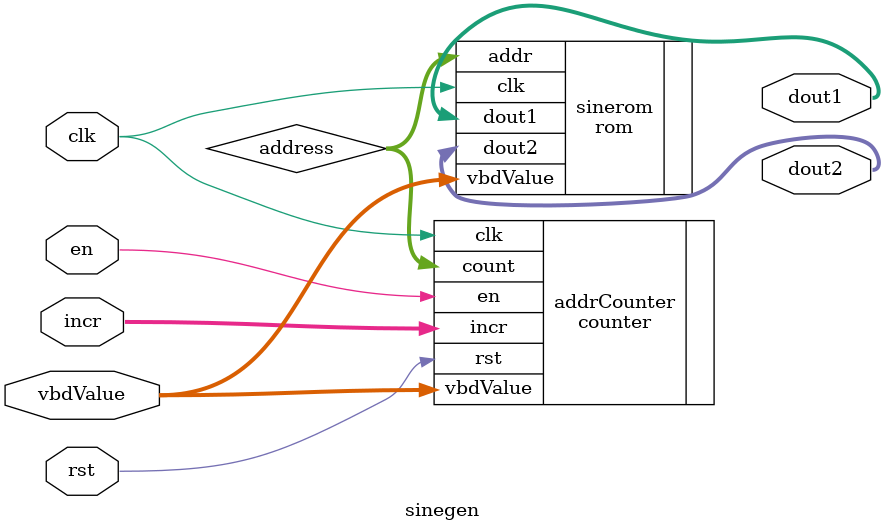
<source format=sv>
module sinegen #(
    parameter A_WIDTH = 8,
              D_WIDTH = 8
) (
    // interface signals
    input  logic               clk,  // clock
    input  logic               rst,  // reset
    input  logic               en,   // enable
    input  logic [D_WIDTH-1:0] incr, // increment fo addr counter
    input  logic [D_WIDTH-1:0] vbdValue,

    output logic [D_WIDTH-1:0] dout1, // output data
    output logic [D_WIDTH-1:0] dout2 
);

    logic [A_WIDTH-1:0]        address;  // interconnect wire

counter addrCounter (
    .clk      (clk),
    .rst      (rst),
    .en       (en),
    .incr     (incr),
    .vbdValue (vbdValue),

    .count    (address)
);

rom sinerom (
    .clk  (clk),
    .addr (address),
    .vbdValue (vbdValue),
    
    .dout1 (dout1),
    .dout2 (dout2)
);

endmodule

</source>
